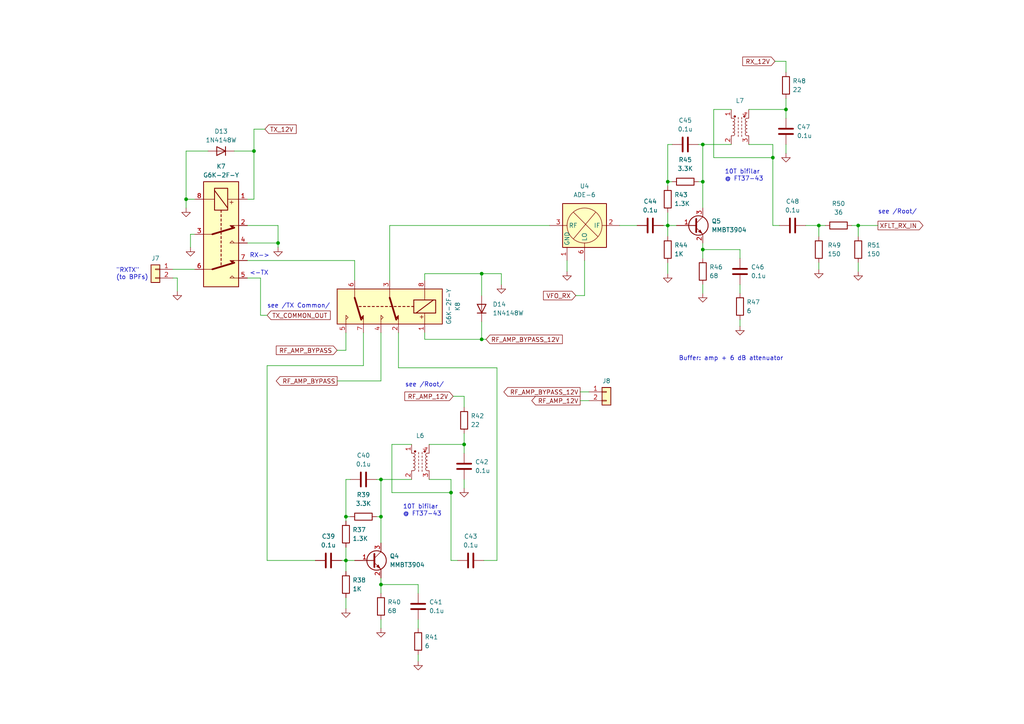
<source format=kicad_sch>
(kicad_sch (version 20230121) (generator eeschema)
  (paper "A4")
  (title_block (title "HBR/MK2 RXTX Board") (date "2024-02-03") (rev "1.0"))
  (lib_symbols
    (symbol "Connector_Generic:Conn_01x02" (pin_names (offset 1.016) hide)
      (property "Reference" "J" (at 0 2.54 0))
      (property "Value" "Conn_01x02" (at 0 -5.08 0))
      (symbol "Conn_01x02_1_1"
        (rectangle (start -1.27 -2.413) (end 0 -2.667) (stroke (width 0.1524)))
        (rectangle (start -1.27 0.127) (end 0 -0.127) (stroke (width 0.1524)))
        (rectangle (start -1.27 1.27) (end 1.27 -3.81) (stroke (width 0.254)) (fill (type background)))
        (pin passive line (at -5.08 0 0) (length 3.81) (name "Pin_1") (number "1"))
        (pin passive line (at -5.08 -2.54 0) (length 3.81) (name "Pin_2") (number "2"))
      )
    )
    (symbol "Device:C" (pin_numbers hide) (pin_names (offset 0.254))
      (property "Reference" "C" (at 0.635 2.54 0))
      (property "Value" "C" (at 0.635 -2.54 0))
      (symbol "C_0_1"
        (polyline (pts (xy -2.032 -0.762) (xy 2.032 -0.762)) (stroke (width 0.508)))
        (polyline (pts (xy -2.032 0.762) (xy 2.032 0.762)) (stroke (width 0.508)))
      )
      (symbol "C_1_1"
        (pin passive line (at 0 3.81 270) (length 2.794) (name "~") (number "1"))
        (pin passive line (at 0 -3.81 90) (length 2.794) (name "~") (number "2"))
      )
    )
    (symbol "Device:L_Ferrite_Coupled_1243" (pin_names (offset 0.254) hide)
      (property "Reference" "L" (at 0 4.445 0))
      (property "Value" "L_Ferrite_Coupled_1243" (at 0 -4.445 0))
      (symbol "L_Ferrite_Coupled_1243_0_1"
        (circle (center -3.048 -1.27) (radius 0.254) (fill (type outline)))
        (circle (center -3.048 1.524) (radius 0.254) (fill (type outline)))
        (arc (start -2.54 2.032) (mid -2.032 1.5262) (end -1.524 2.032))
        (arc (start -1.524 -2.032) (mid -2.032 -1.5262) (end -2.54 -2.032))
        (arc (start -1.524 2.032) (mid -1.016 1.5262) (end -0.508 2.032))
        (arc (start -0.508 -2.032) (mid -1.016 -1.5262) (end -1.524 -2.032))
        (arc (start -0.508 2.032) (mid 0 1.5262) (end 0.508 2.032))
        (polyline (pts (xy -2.794 -0.508) (xy -2.286 -0.508)))
        (polyline (pts (xy -2.794 0.508) (xy -2.286 0.508)))
        (polyline (pts (xy -2.54 -2.032) (xy -2.54 -2.54)))
        (polyline (pts (xy -2.54 2.032) (xy -2.54 2.54)))
        (polyline (pts (xy -1.778 -0.508) (xy -1.27 -0.508)))
        (polyline (pts (xy -1.778 0.508) (xy -1.27 0.508)))
        (polyline (pts (xy -0.762 -0.508) (xy -0.254 -0.508)))
        (polyline (pts (xy -0.762 0.508) (xy -0.254 0.508)))
        (polyline (pts (xy 0.254 -0.508) (xy 0.762 -0.508)))
        (polyline (pts (xy 0.254 0.508) (xy 0.762 0.508)))
        (polyline (pts (xy 1.27 -0.508) (xy 1.778 -0.508)))
        (polyline (pts (xy 1.27 0.508) (xy 1.778 0.508)))
        (polyline (pts (xy 2.286 -0.508) (xy 2.794 -0.508)))
        (polyline (pts (xy 2.286 0.508) (xy 2.794 0.508)))
        (polyline (pts (xy 2.54 -2.032) (xy 2.54 -2.54)))
        (polyline (pts (xy 2.54 2.54) (xy 2.54 2.032)))
        (arc (start 0.508 -2.032) (mid 0 -1.5262) (end -0.508 -2.032))
        (arc (start 0.508 2.032) (mid 1.016 1.5262) (end 1.524 2.032))
        (arc (start 1.524 -2.032) (mid 1.016 -1.5262) (end 0.508 -2.032))
        (arc (start 1.524 2.032) (mid 2.032 1.5262) (end 2.54 2.032))
        (arc (start 2.54 -2.032) (mid 2.032 -1.5262) (end 1.524 -2.032))
      )
      (symbol "L_Ferrite_Coupled_1243_1_1"
        (pin passive line (at -5.08 2.54 0) (length 2.54) (name "1") (number "1"))
        (pin passive line (at 5.08 2.54 180) (length 2.54) (name "2") (number "2"))
        (pin passive line (at 5.08 -2.54 180) (length 2.54) (name "3") (number "3"))
        (pin passive line (at -5.08 -2.54 0) (length 2.54) (name "4") (number "4"))
      )
    )
    (symbol "Device:R" (pin_numbers hide) (pin_names (offset 0))
      (property "Reference" "R" (at 2.032 0 90))
      (property "Value" "R" (at 0 0 90))
      (symbol "R_0_1"
        (rectangle (start -1.016 -2.54) (end 1.016 2.54) (stroke (width 0.254)))
      )
      (symbol "R_1_1"
        (pin passive line (at 0 3.81 270) (length 1.27) (name "~") (number "1"))
        (pin passive line (at 0 -3.81 90) (length 1.27) (name "~") (number "2"))
      )
    )
    (symbol "Diode:1N4148W" (pin_numbers hide) (pin_names hide)
      (property "Reference" "D" (at 0 2.54 0))
      (property "Value" "1N4148W" (at 0 -2.54 0))
      (symbol "1N4148W_0_1"
        (polyline (pts (xy -1.27 1.27) (xy -1.27 -1.27)) (stroke (width 0.254)))
        (polyline (pts (xy 1.27 0) (xy -1.27 0)))
        (polyline (pts (xy 1.27 1.27) (xy 1.27 -1.27) (xy -1.27 0) (xy 1.27 1.27)) (stroke (width 0.254)))
      )
      (symbol "1N4148W_1_1"
        (pin passive line (at -3.81 0 0) (length 2.54) (name "K") (number "1"))
        (pin passive line (at 3.81 0 180) (length 2.54) (name "A") (number "2"))
      )
    )
    (symbol "RF_Mixer:ADE-6"
      (property "Reference" "U" (at -6.35 7.62 0))
      (property "Value" "ADE-6" (at 6.35 7.62 0))
      (symbol "ADE-6_0_1"
        (rectangle (start -6.35 6.35) (end 6.35 -6.35) (stroke (width 0.254)) (fill (type background)))
        (polyline (pts (xy -3.175 -3.81) (xy 3.175 3.81)))
        (polyline (pts (xy 3.81 -3.175) (xy -3.175 3.81)))
        (circle (center 0 0) (radius 5.08))
      )
      (symbol "ADE-6_1_1"
        (pin power_in line (at -5.08 -10.16 90) (length 3.81) (name "GND") (number "1"))
        (pin output line (at 10.16 0 180) (length 5.08) (name "IF") (number "2"))
        (pin input line (at -10.16 0 0) (length 5.08) (name "RF") (number "3"))
        (pin passive line (at -5.08 -10.16 90) (length 3.81) hide (name "GND") (number "4"))
        (pin passive line (at -5.08 -10.16 90) (length 3.81) hide (name "GND") (number "5"))
        (pin input line (at 0 -10.16 90) (length 5.08) (name "LO") (number "6"))
      )
    )
    (symbol "Relay:G6K-2"
      (property "Reference" "K" (at 16.51 3.81 0))
      (property "Value" "G6K-2" (at 16.51 1.27 0))
      (symbol "G6K-2_0_0"
        (text "+" (at -9.271 2.921 0) (effects (font (size 1.27 1.27))))
      )
      (symbol "G6K-2_0_1"
        (rectangle (start -15.24 5.08) (end 15.24 -5.08) (stroke (width 0.254)) (fill (type background)))
        (rectangle (start -13.335 1.905) (end -6.985 -1.905) (stroke (width 0.254)))
        (polyline (pts (xy -12.7 -1.905) (xy -7.62 1.905)) (stroke (width 0.254)))
        (polyline (pts (xy -10.16 -5.08) (xy -10.16 -1.905)))
        (polyline (pts (xy -10.16 5.08) (xy -10.16 1.905)))
        (polyline (pts (xy -6.985 0) (xy -6.35 0)) (stroke (width 0.254)))
        (polyline (pts (xy -5.715 0) (xy -5.08 0)) (stroke (width 0.254)))
        (polyline (pts (xy -4.445 0) (xy -3.81 0)) (stroke (width 0.254)))
        (polyline (pts (xy -3.175 0) (xy -2.54 0)) (stroke (width 0.254)))
        (polyline (pts (xy -1.905 0) (xy -1.27 0)) (stroke (width 0.254)))
        (polyline (pts (xy -0.635 0) (xy 0 0)) (stroke (width 0.254)))
        (polyline (pts (xy 0 -2.54) (xy -1.905 3.81)) (stroke (width 0.508)))
        (polyline (pts (xy 0 -2.54) (xy 0 -5.08)))
        (polyline (pts (xy 0.635 0) (xy 1.27 0)) (stroke (width 0.254)))
        (polyline (pts (xy 1.905 0) (xy 2.54 0)) (stroke (width 0.254)))
        (polyline (pts (xy 3.175 0) (xy 3.81 0)) (stroke (width 0.254)))
        (polyline (pts (xy 4.445 0) (xy 5.08 0)) (stroke (width 0.254)))
        (polyline (pts (xy 5.715 0) (xy 6.35 0)) (stroke (width 0.254)))
        (polyline (pts (xy 6.985 0) (xy 7.62 0)) (stroke (width 0.254)))
        (polyline (pts (xy 8.255 0) (xy 8.89 0)) (stroke (width 0.254)))
        (polyline (pts (xy 10.16 -2.54) (xy 8.255 3.81)) (stroke (width 0.508)))
        (polyline (pts (xy 10.16 -2.54) (xy 10.16 -5.08)))
        (polyline (pts (xy -2.54 5.08) (xy -2.54 2.54) (xy -1.905 3.175) (xy -2.54 3.81)) (fill (type outline)))
        (polyline (pts (xy 2.54 5.08) (xy 2.54 2.54) (xy 1.905 3.175) (xy 2.54 3.81)))
        (polyline (pts (xy 7.62 5.08) (xy 7.62 2.54) (xy 8.255 3.175) (xy 7.62 3.81)) (fill (type outline)))
        (polyline (pts (xy 12.7 5.08) (xy 12.7 2.54) (xy 12.065 3.175) (xy 12.7 3.81)))
      )
      (symbol "G6K-2_1_1"
        (pin passive line (at -10.16 7.62 270) (length 2.54) (name "~") (number "1"))
        (pin passive line (at -2.54 7.62 270) (length 2.54) (name "~") (number "2"))
        (pin passive line (at 0 -7.62 90) (length 2.54) (name "~") (number "3"))
        (pin passive line (at 2.54 7.62 270) (length 2.54) (name "~") (number "4"))
        (pin passive line (at 12.7 7.62 270) (length 2.54) (name "~") (number "5"))
        (pin passive line (at 10.16 -7.62 90) (length 2.54) (name "~") (number "6"))
        (pin passive line (at 7.62 7.62 270) (length 2.54) (name "~") (number "7"))
        (pin passive line (at -10.16 -7.62 90) (length 2.54) (name "~") (number "8"))
      )
    )
    (symbol "Transistor_BJT:MMBT3904" (pin_names (offset 0) hide)
      (property "Reference" "Q" (at 5.08 1.905 0))
      (property "Value" "MMBT3904" (at 5.08 0 0))
      (symbol "MMBT3904_0_1"
        (polyline (pts (xy 0.635 0.635) (xy 2.54 2.54)))
        (polyline (pts (xy 0.635 -0.635) (xy 2.54 -2.54) (xy 2.54 -2.54)))
        (polyline (pts (xy 0.635 1.905) (xy 0.635 -1.905) (xy 0.635 -1.905)) (stroke (width 0.508)))
        (polyline (pts (xy 1.27 -1.778) (xy 1.778 -1.27) (xy 2.286 -2.286) (xy 1.27 -1.778) (xy 1.27 -1.778)) (fill (type outline)))
        (circle (center 1.27 0) (radius 2.8194) (stroke (width 0.254)))
      )
      (symbol "MMBT3904_1_1"
        (pin input line (at -5.08 0 0) (length 5.715) (name "B") (number "1"))
        (pin passive line (at 2.54 -5.08 90) (length 2.54) (name "E") (number "2"))
        (pin passive line (at 2.54 5.08 270) (length 2.54) (name "C") (number "3"))
      )
    )
    (symbol "power:GND" (power) (pin_names (offset 0))
      (property "Value" "GND" (at 0 -3.81 0))
      (symbol "GND_0_1"
        (polyline (pts (xy 0 0) (xy 0 -1.27) (xy 1.27 -1.27) (xy 0 -2.54) (xy -1.27 -1.27) (xy 0 -1.27)))
      )
      (symbol "GND_1_1"
        (pin power_in line (at 0 0 270) (length 0) hide (name "GND") (number "1"))
      )
    )
  )
  (junction (at 203.835 52.705))
  (junction (at 193.675 52.705))
  (junction (at 110.49 139.065))
  (junction (at 110.49 169.545))
  (junction (at 100.33 149.86))
  (junction (at 139.7 79.375))
  (junction (at 110.49 149.86))
  (junction (at 237.49 65.405))
  (junction (at 203.835 41.91))
  (junction (at 193.675 65.405))
  (junction (at 248.92 65.405))
  (junction (at 100.33 162.56))
  (junction (at 134.62 128.905))
  (junction (at 203.835 72.39))
  (junction (at 73.66 43.815))
  (junction (at 80.645 70.485))
  (junction (at 53.975 57.785))
  (junction (at 224.155 45.72))
  (junction (at 227.965 31.75))
  (junction (at 139.7 98.425))
  (junction (at 130.81 142.875))
  (wire (pts (xy 227.965 41.91) (xy 227.965 44.45)))
  (wire (pts (xy 227.965 28.575) (xy 227.965 31.75)))
  (wire (pts (xy 224.155 41.91) (xy 224.155 45.72)))
  (wire (pts (xy 134.62 139.065) (xy 134.62 141.605)))
  (wire (pts (xy 237.49 76.2) (xy 237.49 78.105)))
  (wire (pts (xy 224.79 17.78) (xy 227.965 17.78)))
  (wire (pts (xy 97.79 101.6) (xy 100.33 101.6)))
  (wire (pts (xy 105.41 96.52) (xy 105.41 106.045)))
  (wire (pts (xy 237.49 65.405) (xy 237.49 68.58)))
  (wire (pts (xy 53.975 57.785) (xy 56.515 57.785)))
  (wire (pts (xy 113.665 128.905) (xy 113.665 142.875)))
  (wire (pts (xy 53.975 43.815) (xy 60.325 43.815)))
  (wire (pts (xy 75.565 91.44) (xy 75.565 80.645)))
  (wire (pts (xy 75.565 91.44) (xy 77.47 91.44)))
  (wire (pts (xy 248.92 76.2) (xy 248.92 78.74)))
  (wire (pts (xy 71.755 75.565) (xy 102.87 75.565)))
  (wire (pts (xy 99.06 162.56) (xy 100.33 162.56)))
  (wire (pts (xy 71.755 80.645) (xy 75.565 80.645)))
  (wire (pts (xy 123.19 79.375) (xy 139.7 79.375)))
  (wire (pts (xy 227.965 17.78) (xy 227.965 20.955)))
  (wire (pts (xy 110.49 169.545) (xy 121.285 169.545)))
  (wire (pts (xy 247.015 65.405) (xy 248.92 65.405)))
  (wire (pts (xy 224.155 65.405) (xy 226.06 65.405)))
  (wire (pts (xy 110.49 149.86) (xy 110.49 139.065)))
  (wire (pts (xy 113.665 142.875) (xy 130.81 142.875)))
  (wire (pts (xy 53.975 57.785) (xy 53.975 43.815)))
  (wire (pts (xy 202.565 52.705) (xy 203.835 52.705)))
  (wire (pts (xy 167.005 85.725) (xy 169.545 85.725)))
  (wire (pts (xy 224.155 45.72) (xy 224.155 65.405)))
  (wire (pts (xy 77.47 162.56) (xy 91.44 162.56)))
  (wire (pts (xy 168.275 113.665) (xy 170.815 113.665)))
  (wire (pts (xy 203.835 72.39) (xy 214.63 72.39)))
  (wire (pts (xy 203.835 70.485) (xy 203.835 72.39)))
  (wire (pts (xy 123.19 96.52) (xy 123.19 98.425)))
  (wire (pts (xy 121.285 179.705) (xy 121.285 182.245)))
  (wire (pts (xy 207.01 31.75) (xy 207.01 45.72)))
  (wire (pts (xy 124.46 128.905) (xy 134.62 128.905)))
  (wire (pts (xy 130.81 142.875) (xy 130.81 162.56)))
  (wire (pts (xy 100.33 149.86) (xy 100.33 151.13)))
  (wire (pts (xy 121.285 169.545) (xy 121.285 172.085)))
  (wire (pts (xy 100.33 162.56) (xy 102.87 162.56)))
  (wire (pts (xy 139.7 98.425) (xy 139.7 93.345)))
  (wire (pts (xy 237.49 65.405) (xy 239.395 65.405)))
  (wire (pts (xy 203.835 41.91) (xy 212.09 41.91)))
  (wire (pts (xy 207.01 45.72) (xy 224.155 45.72)))
  (wire (pts (xy 202.565 41.91) (xy 203.835 41.91)))
  (wire (pts (xy 102.87 75.565) (xy 102.87 81.28)))
  (wire (pts (xy 179.705 65.405) (xy 184.785 65.405)))
  (wire (pts (xy 130.81 139.065) (xy 130.81 142.875)))
  (wire (pts (xy 203.835 52.705) (xy 203.835 41.91)))
  (wire (pts (xy 192.405 65.405) (xy 193.675 65.405)))
  (wire (pts (xy 214.63 82.55) (xy 214.63 85.09)))
  (wire (pts (xy 203.835 52.705) (xy 203.835 60.325)))
  (wire (pts (xy 109.22 149.86) (xy 110.49 149.86)))
  (wire (pts (xy 67.945 43.815) (xy 73.66 43.815)))
  (wire (pts (xy 73.66 37.465) (xy 73.66 43.815)))
  (wire (pts (xy 217.17 31.75) (xy 227.965 31.75)))
  (wire (pts (xy 145.415 82.55) (xy 145.415 79.375)))
  (wire (pts (xy 214.63 72.39) (xy 214.63 74.93)))
  (wire (pts (xy 53.975 60.325) (xy 53.975 57.785)))
  (wire (pts (xy 140.335 162.56) (xy 144.145 162.56)))
  (wire (pts (xy 139.7 79.375) (xy 139.7 85.725)))
  (wire (pts (xy 169.545 85.725) (xy 169.545 75.565)))
  (wire (pts (xy 193.675 52.705) (xy 193.675 41.91)))
  (wire (pts (xy 113.03 81.28) (xy 113.03 65.405)))
  (wire (pts (xy 193.675 52.705) (xy 193.675 53.975)))
  (wire (pts (xy 55.245 71.755) (xy 55.245 67.945)))
  (wire (pts (xy 134.62 125.73) (xy 134.62 128.905)))
  (wire (pts (xy 193.675 41.91) (xy 194.945 41.91)))
  (wire (pts (xy 164.465 75.565) (xy 164.465 78.74)))
  (wire (pts (xy 214.63 92.71) (xy 214.63 94.615)))
  (wire (pts (xy 134.62 114.935) (xy 134.62 118.11)))
  (wire (pts (xy 100.33 139.065) (xy 101.6 139.065)))
  (wire (pts (xy 248.92 65.405) (xy 248.92 68.58)))
  (wire (pts (xy 131.445 114.935) (xy 134.62 114.935)))
  (wire (pts (xy 110.49 167.64) (xy 110.49 169.545)))
  (wire (pts (xy 110.49 169.545) (xy 110.49 172.085)))
  (wire (pts (xy 71.755 70.485) (xy 80.645 70.485)))
  (wire (pts (xy 73.66 43.815) (xy 73.66 57.785)))
  (wire (pts (xy 123.19 98.425) (xy 139.7 98.425)))
  (wire (pts (xy 100.33 101.6) (xy 100.33 96.52)))
  (wire (pts (xy 217.17 41.91) (xy 224.155 41.91)))
  (wire (pts (xy 97.79 110.49) (xy 110.49 110.49)))
  (wire (pts (xy 113.03 65.405) (xy 159.385 65.405)))
  (wire (pts (xy 113.665 128.905) (xy 119.38 128.905)))
  (wire (pts (xy 139.7 98.425) (xy 140.97 98.425)))
  (wire (pts (xy 77.47 106.045) (xy 105.41 106.045)))
  (wire (pts (xy 124.46 139.065) (xy 130.81 139.065)))
  (wire (pts (xy 121.285 189.865) (xy 121.285 191.77)))
  (wire (pts (xy 130.81 162.56) (xy 132.715 162.56)))
  (wire (pts (xy 100.33 149.86) (xy 100.33 139.065)))
  (wire (pts (xy 207.01 31.75) (xy 212.09 31.75)))
  (wire (pts (xy 144.145 162.56) (xy 144.145 106.68)))
  (wire (pts (xy 193.675 65.405) (xy 193.675 68.58)))
  (wire (pts (xy 193.675 61.595) (xy 193.675 65.405)))
  (wire (pts (xy 203.835 72.39) (xy 203.835 74.93)))
  (wire (pts (xy 80.645 70.485) (xy 80.645 65.405)))
  (wire (pts (xy 123.19 79.375) (xy 123.19 81.28)))
  (wire (pts (xy 100.33 162.56) (xy 100.33 165.735)))
  (wire (pts (xy 80.645 65.405) (xy 71.755 65.405)))
  (wire (pts (xy 76.835 37.465) (xy 73.66 37.465)))
  (wire (pts (xy 248.92 65.405) (xy 254.635 65.405)))
  (wire (pts (xy 73.66 57.785) (xy 71.755 57.785)))
  (wire (pts (xy 110.49 179.705) (xy 110.49 182.245)))
  (wire (pts (xy 233.68 65.405) (xy 237.49 65.405)))
  (wire (pts (xy 51.435 80.645) (xy 51.435 84.455)))
  (wire (pts (xy 203.835 82.55) (xy 203.835 85.09)))
  (wire (pts (xy 101.6 149.86) (xy 100.33 149.86)))
  (wire (pts (xy 80.645 71.755) (xy 80.645 70.485)))
  (wire (pts (xy 139.7 79.375) (xy 145.415 79.375)))
  (wire (pts (xy 193.675 65.405) (xy 196.215 65.405)))
  (wire (pts (xy 110.49 110.49) (xy 110.49 96.52)))
  (wire (pts (xy 110.49 139.065) (xy 119.38 139.065)))
  (wire (pts (xy 109.22 139.065) (xy 110.49 139.065)))
  (wire (pts (xy 110.49 149.86) (xy 110.49 157.48)))
  (wire (pts (xy 168.275 116.205) (xy 170.815 116.205)))
  (wire (pts (xy 55.245 67.945) (xy 56.515 67.945)))
  (wire (pts (xy 227.965 31.75) (xy 227.965 34.29)))
  (wire (pts (xy 77.47 106.045) (xy 77.47 162.56)))
  (wire (pts (xy 144.145 106.68) (xy 115.57 106.68)))
  (wire (pts (xy 194.945 52.705) (xy 193.675 52.705)))
  (wire (pts (xy 134.62 128.905) (xy 134.62 131.445)))
  (wire (pts (xy 50.165 78.105) (xy 56.515 78.105)))
  (wire (pts (xy 115.57 106.68) (xy 115.57 96.52)))
  (wire (pts (xy 100.33 173.355) (xy 100.33 176.53)))
  (wire (pts (xy 51.435 80.645) (xy 50.165 80.645)))
  (wire (pts (xy 193.675 76.2) (xy 193.675 79.375)))
  (wire (pts (xy 100.33 158.75) (xy 100.33 162.56)))
  (text "see /Root/" (at 254.635 62.23 0) (effects (font (size 1.27 1.27)) (justify left bottom)))
  (text "10T bifilar\n@ FT37-43" (at 210.185 52.705 0) (effects (font (size 1.27 1.27)) (justify left bottom)))
  (text "\"RXTX\"\n(to BPFs)" (at 33.655 81.28 0) (effects (font (size 1.27 1.27)) (justify left bottom)))
  (text "RX->" (at 72.39 74.93 0) (effects (font (size 1.27 1.27)) (justify left bottom)))
  (text "see /TX Common/" (at 77.47 89.535 0) (effects (font (size 1.27 1.27)) (justify left bottom)))
  (text "10T bifilar\n@ FT37-43" (at 116.84 149.86 0) (effects (font (size 1.27 1.27)) (justify left bottom)))
  (text "see /Root/" (at 117.475 112.395 0) (effects (font (size 1.27 1.27)) (justify left bottom)))
  (text "Buffer: amp + 6 dB attenuator" (at 196.85 104.775 0) (effects (font (size 1.27 1.27)) (justify left bottom)))
  (text "<-TX" (at 72.39 80.01 0) (effects (font (size 1.27 1.27)) (justify left bottom)))
  (global_label "RF_AMP_BYPASS_12V" (shape output) (at 168.275 113.665 180) (property "Intersheetrefs" "${INTERSHEET_REFS}" (effects hide)))
  (global_label "TX_12V" (shape input) (at 76.835 37.465 0) (property "Intersheetrefs" "${INTERSHEET_REFS}" (effects hide)))
  (global_label "XFLT_RX_IN" (shape output) (at 254.635 65.405 0) (property "Intersheetrefs" "${INTERSHEET_REFS}" (effects hide)))
  (global_label "RF_AMP_12V" (shape output) (at 168.275 116.205 180) (property "Intersheetrefs" "${INTERSHEET_REFS}" (effects hide)))
  (global_label "RF_AMP_BYPASS" (shape input) (at 97.79 101.6 180) (property "Intersheetrefs" "${INTERSHEET_REFS}" (effects hide)))
  (global_label "VFO_RX" (shape input) (at 167.005 85.725 180) (property "Intersheetrefs" "${INTERSHEET_REFS}" (effects hide)))
  (global_label "RF_AMP_BYPASS" (shape output) (at 97.79 110.49 180) (property "Intersheetrefs" "${INTERSHEET_REFS}" (effects hide)))
  (global_label "TX_COMMON_OUT" (shape input) (at 77.47 91.44 0) (property "Intersheetrefs" "${INTERSHEET_REFS}" (effects hide)))
  (global_label "RX_12V" (shape input) (at 224.79 17.78 180) (property "Intersheetrefs" "${INTERSHEET_REFS}" (effects hide)))
  (global_label "RF_AMP_12V" (shape input) (at 131.445 114.935 180) (property "Intersheetrefs" "${INTERSHEET_REFS}" (effects hide)))
  (global_label "RF_AMP_BYPASS_12V" (shape input) (at 140.97 98.425 0) (property "Intersheetrefs" "${INTERSHEET_REFS}" (effects hide)))
  (symbol (lib_id "Device:R") (at 248.92 72.39 0) (unit 1)
    (property "Reference" "R51" (at 251.46 71.12 0) (effects (justify left)))
    (property "Value" "150" (at 251.46 73.66 0) (effects (justify left)))
    (property "Footprint" "Resistor_SMD:R_0805_2012Metric_Pad1.20x1.40mm_HandSolder" (effects hide))
  )
  (symbol (lib_id "power:GND") (at 237.49 78.105 0) (unit 1)
    (property "Reference" "#PWR076" (effects hide))
    (property "Value" "GND" (effects hide))
  )
  (symbol (lib_id "Diode:1N4148W") (at 139.7 89.535 90) (unit 1)
    (property "Reference" "D14" (at 142.875 88.265 90) (effects (justify right)))
    (property "Value" "1N4148W" (at 142.875 90.805 90) (effects (justify right)))
    (property "Footprint" "Diode_SMD:D_SOD-123" (effects hide))
    (property "Datasheet" "https://www.vishay.com/docs/85748/1n4148w.pdf" (effects hide))
    (property "Sim.Device" "D" (effects hide))
    (property "Sim.Pins" "1=K 2=A" (effects hide))
  )
  (symbol (lib_id "Device:R") (at 193.675 57.785 0) (unit 1)
    (property "Reference" "R43" (at 195.58 56.515 0) (effects (justify left)))
    (property "Value" "1.3K" (at 195.58 59.055 0) (effects (justify left)))
    (property "Footprint" "Resistor_SMD:R_0805_2012Metric_Pad1.20x1.40mm_HandSolder" (effects hide))
  )
  (symbol (lib_id "Device:R") (at 105.41 149.86 90) (unit 1)
    (property "Reference" "R39" (at 105.41 143.51 90))
    (property "Value" "3.3K" (at 105.41 146.05 90))
    (property "Footprint" "Resistor_SMD:R_0805_2012Metric_Pad1.20x1.40mm_HandSolder" (effects hide))
  )
  (symbol (lib_id "power:GND") (at 110.49 182.245 0) (unit 1)
    (property "Reference" "#PWR067" (effects hide))
    (property "Value" "GND" (effects hide))
  )
  (symbol (lib_id "power:GND") (at 134.62 141.605 0) (unit 1)
    (property "Reference" "#PWR069" (effects hide))
    (property "Value" "GND" (effects hide))
  )
  (symbol (lib_id "Device:R") (at 100.33 169.545 0) (unit 1)
    (property "Reference" "R38" (at 102.235 168.275 0) (effects (justify left)))
    (property "Value" "1K" (at 102.235 170.815 0) (effects (justify left)))
    (property "Footprint" "Resistor_SMD:R_0805_2012Metric_Pad1.20x1.40mm_HandSolder" (effects hide))
  )
  (symbol (lib_id "Device:R") (at 237.49 72.39 0) (unit 1)
    (property "Reference" "R49" (at 240.03 71.12 0) (effects (justify left)))
    (property "Value" "150" (at 240.03 73.66 0) (effects (justify left)))
    (property "Footprint" "Resistor_SMD:R_0805_2012Metric_Pad1.20x1.40mm_HandSolder" (effects hide))
  )
  (symbol (lib_id "power:GND") (at 248.92 78.74 0) (unit 1)
    (property "Reference" "#PWR077" (effects hide))
    (property "Value" "GND" (effects hide))
  )
  (symbol (lib_id "Relay:G6K-2") (at 113.03 88.9 180) (unit 1)
    (property "Reference" "K8" (at 132.715 88.9 90))
    (property "Value" "G6K-2F-Y" (at 130.175 88.9 90))
    (property "Footprint" "Relay_SMD:Relay_DPDT_Omron_G6K-2F-Y" (effects hide))
    (property "Datasheet" "http://omronfs.omron.com/en_US/ecb/products/pdf/en-g6k.pdf" (effects hide))
  )
  (symbol (lib_id "Device:R") (at 214.63 88.9 0) (unit 1)
    (property "Reference" "R47" (at 216.535 87.63 0) (effects (justify left)))
    (property "Value" "6" (at 216.535 90.17 0) (effects (justify left)))
    (property "Footprint" "Resistor_SMD:R_0805_2012Metric_Pad1.20x1.40mm_HandSolder" (effects hide))
  )
  (symbol (lib_id "Connector_Generic:Conn_01x02") (at 45.085 78.105 0) (mirror y) (unit 1) (in_bom no)
    (property "Reference" "J7" (at 45.085 74.93 0))
    (property "Value" "Conn_01x02" (effects hide))
    (property "Footprint" "Connector_PinHeader_2.54mm:PinHeader_1x02_P2.54mm_Vertical" (effects hide))
  )
  (symbol (lib_id "Device:R") (at 121.285 186.055 0) (unit 1)
    (property "Reference" "R41" (at 123.19 184.785 0) (effects (justify left)))
    (property "Value" "6" (at 123.19 187.325 0) (effects (justify left)))
    (property "Footprint" "Resistor_SMD:R_0805_2012Metric_Pad1.20x1.40mm_HandSolder" (effects hide))
  )
  (symbol (lib_id "Device:C") (at 105.41 139.065 90) (unit 1)
    (property "Reference" "C40" (at 105.41 132.08 90))
    (property "Value" "0.1u" (at 105.41 134.62 90))
    (property "Footprint" "Capacitor_SMD:C_0805_2012Metric_Pad1.18x1.45mm_HandSolder" (effects hide))
  )
  (symbol (lib_id "Device:C") (at 95.25 162.56 90) (unit 1)
    (property "Reference" "C39" (at 95.25 155.575 90))
    (property "Value" "0.1u" (at 95.25 158.115 90))
    (property "Footprint" "Capacitor_SMD:C_0805_2012Metric_Pad1.18x1.45mm_HandSolder" (effects hide))
  )
  (symbol (lib_id "Device:L_Ferrite_Coupled_1243") (at 214.63 36.83 90) (mirror x) (unit 1)
    (property "Reference" "L7" (at 213.36 29.21 90) (effects (justify right)))
    (property "Value" "FT37-43" (effects hide))
    (property "Footprint" "Package_DIP:DIP-4_W7.62mm" (effects hide))
  )
  (symbol (lib_id "Device:R") (at 110.49 175.895 0) (unit 1)
    (property "Reference" "R40" (at 112.395 174.625 0) (effects (justify left)))
    (property "Value" "68" (at 112.395 177.165 0) (effects (justify left)))
    (property "Footprint" "Resistor_SMD:R_0805_2012Metric_Pad1.20x1.40mm_HandSolder" (effects hide))
  )
  (symbol (lib_id "power:GND") (at 203.835 85.09 0) (unit 1)
    (property "Reference" "#PWR073" (effects hide))
    (property "Value" "GND" (effects hide))
  )
  (symbol (lib_id "Device:R") (at 134.62 121.92 0) (unit 1)
    (property "Reference" "R42" (at 136.525 120.65 0) (effects (justify left)))
    (property "Value" "22" (at 136.525 123.19 0) (effects (justify left)))
    (property "Footprint" "Resistor_SMD:R_0805_2012Metric_Pad1.20x1.40mm_HandSolder" (effects hide))
  )
  (symbol (lib_id "power:GND") (at 164.465 78.74 0) (unit 1)
    (property "Reference" "#PWR071" (effects hide))
    (property "Value" "GND" (effects hide))
  )
  (symbol (lib_id "Transistor_BJT:MMBT3904") (at 201.295 65.405 0) (unit 1)
    (property "Reference" "Q5" (at 206.375 64.135 0) (effects (justify left)))
    (property "Value" "MMBT3904" (at 206.375 66.675 0) (effects (justify left)))
    (property "Footprint" "Package_TO_SOT_SMD:SOT-23" (effects hide))
    (property "Datasheet" "https://www.onsemi.com/pdf/datasheet/pzt3904-d.pdf" (effects hide))
  )
  (symbol (lib_id "Device:C") (at 214.63 78.74 180) (unit 1)
    (property "Reference" "C46" (at 217.805 77.47 0) (effects (justify right)))
    (property "Value" "0.1u" (at 217.805 80.01 0) (effects (justify right)))
    (property "Footprint" "Capacitor_SMD:C_0805_2012Metric_Pad1.18x1.45mm_HandSolder" (effects hide))
  )
  (symbol (lib_id "Device:L_Ferrite_Coupled_1243") (at 121.92 133.985 90) (mirror x) (unit 1)
    (property "Reference" "L6" (at 120.65 126.365 90) (effects (justify right)))
    (property "Value" "FT37-43" (effects hide))
    (property "Footprint" "Package_DIP:DIP-4_W7.62mm" (effects hide))
  )
  (symbol (lib_id "Device:C") (at 136.525 162.56 90) (unit 1)
    (property "Reference" "C43" (at 136.525 155.575 90))
    (property "Value" "0.1u" (at 136.525 158.115 90))
    (property "Footprint" "Capacitor_SMD:C_0805_2012Metric_Pad1.18x1.45mm_HandSolder" (effects hide))
  )
  (symbol (lib_id "power:GND") (at 227.965 44.45 0) (unit 1)
    (property "Reference" "#PWR075" (effects hide))
    (property "Value" "GND" (effects hide))
  )
  (symbol (lib_id "Device:C") (at 188.595 65.405 90) (unit 1)
    (property "Reference" "C44" (at 188.595 58.42 90))
    (property "Value" "0.1u" (at 188.595 60.96 90))
    (property "Footprint" "Capacitor_SMD:C_0805_2012Metric_Pad1.18x1.45mm_HandSolder" (effects hide))
  )
  (symbol (lib_id "power:GND") (at 51.435 84.455 0) (unit 1)
    (property "Reference" "#PWR064" (effects hide))
    (property "Value" "GND" (effects hide))
  )
  (symbol (lib_id "power:GND") (at 193.675 79.375 0) (unit 1)
    (property "Reference" "#PWR072" (effects hide))
    (property "Value" "GND" (effects hide))
  )
  (symbol (lib_id "Device:C") (at 121.285 175.895 180) (unit 1)
    (property "Reference" "C41" (at 124.46 174.625 0) (effects (justify right)))
    (property "Value" "0.1u" (at 124.46 177.165 0) (effects (justify right)))
    (property "Footprint" "Capacitor_SMD:C_0805_2012Metric_Pad1.18x1.45mm_HandSolder" (effects hide))
  )
  (symbol (lib_id "power:GND") (at 55.245 71.755 0) (unit 1)
    (property "Reference" "#PWR0119" (effects hide))
    (property "Value" "GND" (effects hide))
  )
  (symbol (lib_id "Device:C") (at 134.62 135.255 180) (unit 1)
    (property "Reference" "C42" (at 137.795 133.985 0) (effects (justify right)))
    (property "Value" "0.1u" (at 137.795 136.525 0) (effects (justify right)))
    (property "Footprint" "Capacitor_SMD:C_0805_2012Metric_Pad1.18x1.45mm_HandSolder" (effects hide))
  )
  (symbol (lib_id "power:GND") (at 80.645 71.755 0) (unit 1)
    (property "Reference" "#PWR0120" (effects hide))
    (property "Value" "GND" (effects hide))
  )
  (symbol (lib_id "Device:R") (at 203.835 78.74 0) (unit 1)
    (property "Reference" "R46" (at 205.74 77.47 0) (effects (justify left)))
    (property "Value" "68" (at 205.74 80.01 0) (effects (justify left)))
    (property "Footprint" "Resistor_SMD:R_0805_2012Metric_Pad1.20x1.40mm_HandSolder" (effects hide))
  )
  (symbol (lib_id "power:GND") (at 53.975 60.325 0) (unit 1)
    (property "Reference" "#PWR065" (effects hide))
    (property "Value" "GND" (effects hide))
  )
  (symbol (lib_id "Device:R") (at 243.205 65.405 90) (unit 1)
    (property "Reference" "R50" (at 243.205 59.055 90))
    (property "Value" "36" (at 243.205 61.595 90))
    (property "Footprint" "Resistor_SMD:R_0805_2012Metric_Pad1.20x1.40mm_HandSolder" (effects hide))
  )
  (symbol (lib_id "Device:C") (at 229.87 65.405 90) (unit 1)
    (property "Reference" "C48" (at 229.87 58.42 90))
    (property "Value" "0.1u" (at 229.87 60.96 90))
    (property "Footprint" "Capacitor_SMD:C_0805_2012Metric_Pad1.18x1.45mm_HandSolder" (effects hide))
  )
  (symbol (lib_id "Device:R") (at 193.675 72.39 0) (unit 1)
    (property "Reference" "R44" (at 195.58 71.12 0) (effects (justify left)))
    (property "Value" "1K" (at 195.58 73.66 0) (effects (justify left)))
    (property "Footprint" "Resistor_SMD:R_0805_2012Metric_Pad1.20x1.40mm_HandSolder" (effects hide))
  )
  (symbol (lib_id "Device:R") (at 198.755 52.705 90) (unit 1)
    (property "Reference" "R45" (at 198.755 46.355 90))
    (property "Value" "3.3K" (at 198.755 48.895 90))
    (property "Footprint" "Resistor_SMD:R_0805_2012Metric_Pad1.20x1.40mm_HandSolder" (effects hide))
  )
  (symbol (lib_id "power:GND") (at 100.33 176.53 0) (unit 1)
    (property "Reference" "#PWR066" (effects hide))
    (property "Value" "GND" (effects hide))
  )
  (symbol (lib_id "Device:R") (at 100.33 154.94 0) (unit 1)
    (property "Reference" "R37" (at 102.235 153.67 0) (effects (justify left)))
    (property "Value" "1.3K" (at 102.235 156.21 0) (effects (justify left)))
    (property "Footprint" "Resistor_SMD:R_0805_2012Metric_Pad1.20x1.40mm_HandSolder" (effects hide))
  )
  (symbol (lib_id "power:GND") (at 121.285 191.77 0) (unit 1)
    (property "Reference" "#PWR068" (effects hide))
    (property "Value" "GND" (effects hide))
  )
  (symbol (lib_id "power:GND") (at 145.415 82.55 0) (unit 1)
    (property "Reference" "#PWR070" (effects hide))
    (property "Value" "GND" (effects hide))
  )
  (symbol (lib_id "Device:C") (at 198.755 41.91 90) (unit 1)
    (property "Reference" "C45" (at 198.755 34.925 90))
    (property "Value" "0.1u" (at 198.755 37.465 90))
    (property "Footprint" "Capacitor_SMD:C_0805_2012Metric_Pad1.18x1.45mm_HandSolder" (effects hide))
  )
  (symbol (lib_id "Transistor_BJT:MMBT3904") (at 107.95 162.56 0) (unit 1)
    (property "Reference" "Q4" (at 113.03 161.29 0) (effects (justify left)))
    (property "Value" "MMBT3904" (at 113.03 163.83 0) (effects (justify left)))
    (property "Footprint" "Package_TO_SOT_SMD:SOT-23" (effects hide))
    (property "Datasheet" "https://www.onsemi.com/pdf/datasheet/pzt3904-d.pdf" (effects hide))
  )
  (symbol (lib_id "Relay:G6K-2") (at 64.135 67.945 270) (unit 1)
    (property "Reference" "K7" (at 64.135 48.26 90))
    (property "Value" "G6K-2F-Y" (at 64.135 50.8 90))
    (property "Footprint" "Relay_SMD:Relay_DPDT_Omron_G6K-2F-Y" (effects hide))
    (property "Datasheet" "http://omronfs.omron.com/en_US/ecb/products/pdf/en-g6k.pdf" (effects hide))
  )
  (symbol (lib_id "Diode:1N4148W") (at 64.135 43.815 180) (unit 1)
    (property "Reference" "D13" (at 64.135 38.1 0))
    (property "Value" "1N4148W" (at 64.135 40.64 0))
    (property "Footprint" "Diode_SMD:D_SOD-123" (effects hide))
    (property "Datasheet" "https://www.vishay.com/docs/85748/1n4148w.pdf" (effects hide))
    (property "Sim.Device" "D" (effects hide))
    (property "Sim.Pins" "1=K 2=A" (effects hide))
  )
  (symbol (lib_id "Device:C") (at 227.965 38.1 180) (unit 1)
    (property "Reference" "C47" (at 231.14 36.83 0) (effects (justify right)))
    (property "Value" "0.1u" (at 231.14 39.37 0) (effects (justify right)))
    (property "Footprint" "Capacitor_SMD:C_0805_2012Metric_Pad1.18x1.45mm_HandSolder" (effects hide))
  )
  (symbol (lib_id "Connector_Generic:Conn_01x02") (at 175.895 113.665 0) (unit 1) (in_bom no)
    (property "Reference" "J8" (at 175.895 110.49 0))
    (property "Value" "Conn_01x02" (effects hide))
    (property "Footprint" "Connector_PinHeader_2.54mm:PinHeader_1x02_P2.54mm_Vertical" (effects hide))
  )
  (symbol (lib_id "power:GND") (at 214.63 94.615 0) (unit 1)
    (property "Reference" "#PWR074" (effects hide))
    (property "Value" "GND" (effects hide))
  )
  (symbol (lib_id "Device:R") (at 227.965 24.765 0) (unit 1)
    (property "Reference" "R48" (at 229.87 23.495 0) (effects (justify left)))
    (property "Value" "22" (at 229.87 26.035 0) (effects (justify left)))
    (property "Footprint" "Resistor_SMD:R_0805_2012Metric_Pad1.20x1.40mm_HandSolder" (effects hide))
  )
  (symbol (lib_id "RF_Mixer:ADE-6") (at 169.545 65.405 0) (unit 1)
    (property "Reference" "U4" (at 169.545 53.975 0))
    (property "Value" "ADE-6" (at 169.545 56.515 0))
    (property "Footprint" "RF_Mini-Circuits:Mini-Circuits_CD542_LandPatternPL-052" (effects hide))
  )
)
</source>
